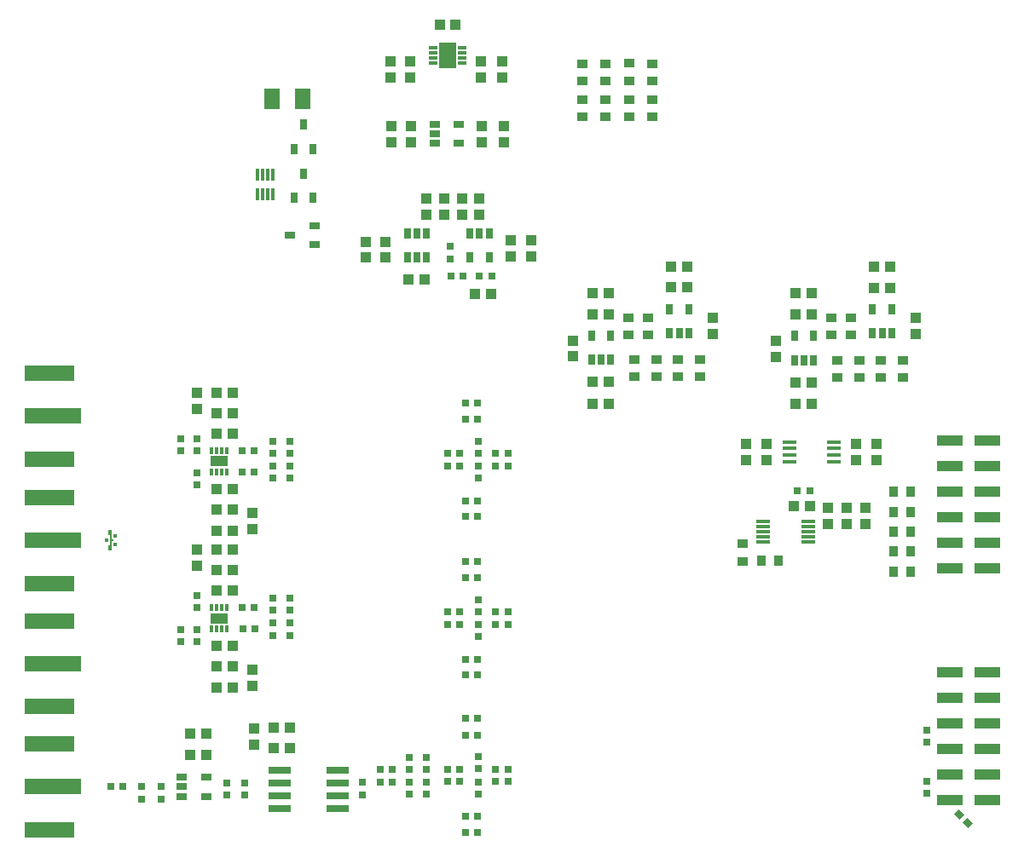
<source format=gbr>
G04*
G04 #@! TF.GenerationSoftware,Altium Limited,Altium Designer,23.7.1 (13)*
G04*
G04 Layer_Color=8421504*
%FSAX43Y43*%
%MOMM*%
G71*
G04*
G04 #@! TF.SameCoordinates,32F7D0E7-751F-4841-97B5-8499A226923E*
G04*
G04*
G04 #@! TF.FilePolarity,Positive*
G04*
G01*
G75*
%ADD14R,4.900X1.600*%
%ADD15R,5.600X1.500*%
%ADD16R,2.500X1.000*%
%ADD17R,1.000X0.900*%
%ADD18R,1.000X1.000*%
%ADD19R,0.800X0.700*%
%ADD20R,1.000X1.000*%
%ADD21R,2.200X0.800*%
%ADD22R,1.425X0.450*%
%ADD23R,0.650X1.100*%
%ADD24R,0.700X0.800*%
G04:AMPARAMS|DCode=25|XSize=0.7mm|YSize=0.8mm|CornerRadius=0mm|HoleSize=0mm|Usage=FLASHONLY|Rotation=45.000|XOffset=0mm|YOffset=0mm|HoleType=Round|Shape=Rectangle|*
%AMROTATEDRECTD25*
4,1,4,0.035,-0.530,-0.530,0.035,-0.035,0.530,0.530,-0.035,0.035,-0.530,0.0*
%
%ADD25ROTATEDRECTD25*%

%ADD26R,1.100X0.650*%
%ADD27R,0.350X0.450*%
%ADD28R,0.350X0.350*%
%ADD29R,0.300X1.200*%
%ADD30R,1.520X2.030*%
%ADD31R,1.700X2.540*%
%ADD32R,0.850X0.300*%
%ADD33R,1.450X0.300*%
%ADD34R,0.900X1.000*%
%ADD35R,1.700X1.000*%
%ADD36R,0.300X0.700*%
G36*
X0008975Y0041675D02*
X0009150D01*
Y0041525D01*
X0008975D01*
Y0040600D01*
X0008650D01*
Y0041075D01*
X0008825D01*
Y0042125D01*
X0008650D01*
Y0042600D01*
X0008975D01*
Y0041675D01*
D02*
G37*
D14*
X0002750Y0049671D02*
D03*
Y0058191D02*
D03*
Y0025060D02*
D03*
Y0033580D02*
D03*
Y0037315D02*
D03*
Y0045835D02*
D03*
Y0012855D02*
D03*
Y0021375D02*
D03*
D15*
X0003100Y0053931D02*
D03*
Y0029320D02*
D03*
Y0041575D02*
D03*
Y0017115D02*
D03*
D16*
X0092225Y0051484D02*
D03*
X0095925D02*
D03*
X0092225Y0048944D02*
D03*
X0095925D02*
D03*
X0092225Y0046404D02*
D03*
X0095925D02*
D03*
Y0043864D02*
D03*
X0092225D02*
D03*
X0095925Y0041324D02*
D03*
X0092225D02*
D03*
X0095925Y0038784D02*
D03*
X0092225D02*
D03*
Y0028484D02*
D03*
X0095925D02*
D03*
X0092225Y0025944D02*
D03*
X0095925D02*
D03*
X0092225Y0020864D02*
D03*
Y0023404D02*
D03*
Y0015784D02*
D03*
Y0018324D02*
D03*
X0095925Y0015784D02*
D03*
Y0018324D02*
D03*
Y0020864D02*
D03*
Y0023404D02*
D03*
D17*
X0062650Y0085400D02*
D03*
Y0083700D02*
D03*
X0058000Y0085400D02*
D03*
Y0083700D02*
D03*
X0060325Y0088975D02*
D03*
Y0087275D02*
D03*
Y0085400D02*
D03*
Y0083700D02*
D03*
X0055715Y0088950D02*
D03*
Y0087250D02*
D03*
X0055711Y0085375D02*
D03*
Y0083675D02*
D03*
X0062652Y0087249D02*
D03*
Y0088949D02*
D03*
X0057998Y0087249D02*
D03*
Y0088949D02*
D03*
X0071600Y0039525D02*
D03*
Y0041225D02*
D03*
X0081025Y0059500D02*
D03*
Y0057800D02*
D03*
X0083192Y0059500D02*
D03*
Y0057800D02*
D03*
X0082350Y0063700D02*
D03*
Y0062000D02*
D03*
X0085358Y0059500D02*
D03*
Y0057800D02*
D03*
X0080450Y0061975D02*
D03*
Y0063675D02*
D03*
X0087525Y0057800D02*
D03*
Y0059500D02*
D03*
X0060875Y0059525D02*
D03*
Y0057825D02*
D03*
X0063042Y0059525D02*
D03*
Y0057825D02*
D03*
X0062200Y0063725D02*
D03*
Y0062025D02*
D03*
X0065208Y0059525D02*
D03*
Y0057825D02*
D03*
X0060300Y0062000D02*
D03*
Y0063700D02*
D03*
X0067375Y0057825D02*
D03*
Y0059525D02*
D03*
D18*
X0074925Y0061425D02*
D03*
Y0059825D02*
D03*
X0050600Y0071375D02*
D03*
Y0069775D02*
D03*
X0048600Y0071375D02*
D03*
Y0069775D02*
D03*
X0045500Y0075550D02*
D03*
Y0073950D02*
D03*
X0043725Y0075550D02*
D03*
Y0073950D02*
D03*
X0041975Y0075550D02*
D03*
Y0073950D02*
D03*
X0040250Y0075550D02*
D03*
Y0073950D02*
D03*
X0036175Y0071275D02*
D03*
Y0069675D02*
D03*
X0034175Y0071275D02*
D03*
Y0069675D02*
D03*
X0023100Y0021325D02*
D03*
Y0022925D02*
D03*
X0047750Y0089175D02*
D03*
Y0087575D02*
D03*
X0038625Y0089175D02*
D03*
Y0087575D02*
D03*
X0045750Y0082725D02*
D03*
Y0081125D02*
D03*
X0047950Y0082725D02*
D03*
Y0081125D02*
D03*
X0036700Y0082725D02*
D03*
Y0081125D02*
D03*
X0038700Y0082725D02*
D03*
Y0081125D02*
D03*
X0036625Y0089175D02*
D03*
Y0087575D02*
D03*
X0045650Y0089175D02*
D03*
Y0087575D02*
D03*
X0083775Y0043200D02*
D03*
Y0044800D02*
D03*
X0080125Y0044800D02*
D03*
Y0043200D02*
D03*
X0081925Y0044800D02*
D03*
Y0043200D02*
D03*
X0084950Y0049600D02*
D03*
Y0051200D02*
D03*
X0082900Y0049600D02*
D03*
Y0051200D02*
D03*
X0074000D02*
D03*
Y0049600D02*
D03*
X0071950Y0051200D02*
D03*
Y0049600D02*
D03*
X0088775Y0063700D02*
D03*
Y0062100D02*
D03*
X0017425Y0039035D02*
D03*
Y0040635D02*
D03*
X0017400Y0054625D02*
D03*
Y0056225D02*
D03*
X0022950Y0044325D02*
D03*
Y0042725D02*
D03*
X0022975Y0028735D02*
D03*
Y0027135D02*
D03*
X0068625Y0063725D02*
D03*
Y0062125D02*
D03*
X0054775Y0059850D02*
D03*
Y0061450D02*
D03*
D19*
X0078275Y0046475D02*
D03*
X0077075D02*
D03*
X0043850Y0067825D02*
D03*
X0042650D02*
D03*
X0046700Y0067825D02*
D03*
X0045500D02*
D03*
X0048300Y0034450D02*
D03*
Y0033250D02*
D03*
X0048300Y0050200D02*
D03*
Y0049000D02*
D03*
X0045300Y0023900D02*
D03*
X0044100D02*
D03*
X0045300Y0022250D02*
D03*
X0044100D02*
D03*
X0047100Y0018825D02*
D03*
X0048300D02*
D03*
X0042340D02*
D03*
X0043540D02*
D03*
X0044100Y0012600D02*
D03*
X0045300D02*
D03*
X0044100Y0014150D02*
D03*
X0045300D02*
D03*
X0047100Y0017625D02*
D03*
X0048300D02*
D03*
X0042340D02*
D03*
X0043540D02*
D03*
X0035650Y0018800D02*
D03*
X0036850D02*
D03*
X0035650Y0017600D02*
D03*
X0036850D02*
D03*
X0010050Y0017100D02*
D03*
X0008850D02*
D03*
X0044100Y0039525D02*
D03*
X0045300D02*
D03*
Y0037875D02*
D03*
X0044100D02*
D03*
X0047100Y0034450D02*
D03*
X0042340D02*
D03*
X0043540D02*
D03*
X0045300Y0028225D02*
D03*
X0044100D02*
D03*
Y0029775D02*
D03*
X0045300D02*
D03*
X0047100Y0033250D02*
D03*
X0042340D02*
D03*
X0043540D02*
D03*
X0045300Y0055275D02*
D03*
X0044100D02*
D03*
X0045300Y0053625D02*
D03*
X0044100D02*
D03*
X0047100Y0050200D02*
D03*
X0042340D02*
D03*
X0043540D02*
D03*
X0044100Y0043975D02*
D03*
X0045300D02*
D03*
X0044100Y0045525D02*
D03*
X0045300D02*
D03*
X0047100Y0049000D02*
D03*
X0042340D02*
D03*
X0043540D02*
D03*
X0023150Y0048400D02*
D03*
X0021950D02*
D03*
X0021925Y0050500D02*
D03*
X0023125D02*
D03*
X0021975Y0032810D02*
D03*
X0023175D02*
D03*
X0021950Y0034910D02*
D03*
X0023150D02*
D03*
D20*
X0076700Y0045000D02*
D03*
X0078300D02*
D03*
X0045075Y0066075D02*
D03*
X0046675D02*
D03*
X0040075Y0067475D02*
D03*
X0038475D02*
D03*
X0016750Y0022350D02*
D03*
X0018350D02*
D03*
X0025050Y0020925D02*
D03*
X0026650D02*
D03*
X0018350Y0020300D02*
D03*
X0016750D02*
D03*
X0025050Y0022975D02*
D03*
X0026650D02*
D03*
X0043125Y0092800D02*
D03*
X0041525D02*
D03*
X0084675Y0068750D02*
D03*
X0086275D02*
D03*
X0076875Y0055150D02*
D03*
X0078475D02*
D03*
X0076875Y0066150D02*
D03*
X0078475D02*
D03*
X0086275Y0066700D02*
D03*
X0084675D02*
D03*
X0078475Y0057300D02*
D03*
X0076875D02*
D03*
X0078475Y0064050D02*
D03*
X0076875D02*
D03*
X0019425Y0040685D02*
D03*
X0021025D02*
D03*
X0019400Y0052175D02*
D03*
X0021000D02*
D03*
X0019400Y0054225D02*
D03*
X0021000D02*
D03*
X0019400Y0056276D02*
D03*
X0021000D02*
D03*
Y0046675D02*
D03*
X0019400D02*
D03*
X0021000Y0044625D02*
D03*
X0019400D02*
D03*
X0021000Y0042575D02*
D03*
X0019400D02*
D03*
X0021025Y0031085D02*
D03*
X0019425D02*
D03*
X0021025Y0029034D02*
D03*
X0019425D02*
D03*
X0021025Y0026984D02*
D03*
X0019425D02*
D03*
Y0036585D02*
D03*
X0021025D02*
D03*
X0019425Y0038635D02*
D03*
X0021025D02*
D03*
X0064525Y0068775D02*
D03*
X0066125D02*
D03*
X0056725Y0055175D02*
D03*
X0058325D02*
D03*
X0056725Y0066175D02*
D03*
X0058325D02*
D03*
X0066125Y0066725D02*
D03*
X0064525D02*
D03*
X0058325Y0057325D02*
D03*
X0056725D02*
D03*
X0058325Y0064075D02*
D03*
X0056725D02*
D03*
D21*
X0025680Y0018780D02*
D03*
Y0017510D02*
D03*
Y0016240D02*
D03*
Y0014970D02*
D03*
X0031420Y0018780D02*
D03*
Y0017510D02*
D03*
Y0016240D02*
D03*
Y0014970D02*
D03*
D22*
X0080662Y0051375D02*
D03*
Y0050725D02*
D03*
Y0050075D02*
D03*
Y0049425D02*
D03*
X0076238D02*
D03*
Y0050075D02*
D03*
Y0050725D02*
D03*
Y0051375D02*
D03*
D23*
X0046450Y0069725D02*
D03*
X0044550D02*
D03*
Y0072125D02*
D03*
X0045500D02*
D03*
X0046450D02*
D03*
X0040225Y0069725D02*
D03*
X0039275D02*
D03*
X0038325D02*
D03*
Y0072125D02*
D03*
X0039275D02*
D03*
X0040225D02*
D03*
X0028040Y0078050D02*
D03*
X0028990Y0075650D02*
D03*
X0027090D02*
D03*
X0028040Y0082900D02*
D03*
X0028990Y0080500D02*
D03*
X0027090D02*
D03*
X0076775Y0061900D02*
D03*
X0078675D02*
D03*
Y0059500D02*
D03*
X0077725D02*
D03*
X0076775D02*
D03*
X0084525Y0064550D02*
D03*
X0086425D02*
D03*
Y0062150D02*
D03*
X0085475D02*
D03*
X0084525D02*
D03*
X0056625Y0061925D02*
D03*
X0058525D02*
D03*
Y0059525D02*
D03*
X0057575D02*
D03*
X0056625D02*
D03*
X0064375Y0064575D02*
D03*
X0066275D02*
D03*
Y0062175D02*
D03*
X0065325D02*
D03*
X0064375D02*
D03*
D24*
X0042550Y0069575D02*
D03*
Y0070775D02*
D03*
X0024975Y0051450D02*
D03*
Y0050250D02*
D03*
X0089921Y0017650D02*
D03*
Y0016450D02*
D03*
Y0022744D02*
D03*
Y0021544D02*
D03*
X0045350Y0020075D02*
D03*
Y0018875D02*
D03*
X0045350Y0016375D02*
D03*
Y0017575D02*
D03*
X0022200Y0017450D02*
D03*
Y0016250D02*
D03*
X0040200Y0020050D02*
D03*
Y0018850D02*
D03*
X0040200Y0016350D02*
D03*
Y0017550D02*
D03*
X0038550Y0018850D02*
D03*
Y0020050D02*
D03*
X0038550Y0017550D02*
D03*
Y0016350D02*
D03*
X0020400Y0017450D02*
D03*
Y0016250D02*
D03*
X0011950Y0015900D02*
D03*
Y0017100D02*
D03*
X0033875Y0016325D02*
D03*
Y0017525D02*
D03*
X0013900Y0017100D02*
D03*
Y0015900D02*
D03*
X0045350Y0035700D02*
D03*
Y0034500D02*
D03*
X0045350Y0032000D02*
D03*
Y0033200D02*
D03*
X0015850Y0031525D02*
D03*
Y0032725D02*
D03*
Y0050475D02*
D03*
Y0051675D02*
D03*
X0045350Y0051450D02*
D03*
Y0050250D02*
D03*
X0045350Y0047750D02*
D03*
Y0048950D02*
D03*
X0024975Y0047750D02*
D03*
Y0048950D02*
D03*
X0026675Y0051450D02*
D03*
Y0050250D02*
D03*
X0026675Y0047750D02*
D03*
Y0048950D02*
D03*
X0017400Y0051675D02*
D03*
Y0050475D02*
D03*
X0017400Y0047125D02*
D03*
Y0048325D02*
D03*
X0017425Y0031535D02*
D03*
Y0032735D02*
D03*
X0017425Y0036085D02*
D03*
Y0034885D02*
D03*
X0025000Y0033360D02*
D03*
Y0032160D02*
D03*
X0025000Y0034660D02*
D03*
Y0035860D02*
D03*
X0026700D02*
D03*
Y0034660D02*
D03*
X0026700Y0032160D02*
D03*
Y0033360D02*
D03*
D25*
X0093150Y0014350D02*
D03*
X0093999Y0013501D02*
D03*
D26*
X0015950Y0018050D02*
D03*
Y0017100D02*
D03*
Y0016150D02*
D03*
X0018350D02*
D03*
Y0018050D02*
D03*
X0026705Y0071900D02*
D03*
X0029105Y0072850D02*
D03*
Y0070950D02*
D03*
X0041050Y0082925D02*
D03*
Y0081975D02*
D03*
Y0081025D02*
D03*
X0043450D02*
D03*
Y0082925D02*
D03*
D27*
X0008475Y0041600D02*
D03*
D28*
X0009325Y0041150D02*
D03*
Y0042050D02*
D03*
D29*
X0024940Y0077900D02*
D03*
X0024440D02*
D03*
X0023940D02*
D03*
X0023440D02*
D03*
Y0076000D02*
D03*
X0023940D02*
D03*
X0024440D02*
D03*
X0024940D02*
D03*
D30*
X0027895Y0085450D02*
D03*
X0024855D02*
D03*
D31*
X0042300Y0089775D02*
D03*
D32*
X0043750Y0089025D02*
D03*
Y0089525D02*
D03*
Y0090025D02*
D03*
Y0090525D02*
D03*
X0040850D02*
D03*
Y0090025D02*
D03*
Y0089525D02*
D03*
Y0089025D02*
D03*
D33*
X0073675Y0043475D02*
D03*
Y0042975D02*
D03*
Y0042475D02*
D03*
Y0041975D02*
D03*
Y0041475D02*
D03*
X0078125D02*
D03*
Y0041975D02*
D03*
Y0042475D02*
D03*
Y0042975D02*
D03*
Y0043475D02*
D03*
D34*
X0086575Y0038475D02*
D03*
X0088275D02*
D03*
X0086575Y0040475D02*
D03*
X0088275D02*
D03*
X0073450Y0039575D02*
D03*
X0075150D02*
D03*
X0086575Y0046425D02*
D03*
X0088275D02*
D03*
X0086575Y0044425D02*
D03*
X0088275D02*
D03*
X0086575Y0042475D02*
D03*
X0088275D02*
D03*
D35*
X0019620Y0049437D02*
D03*
X0019645Y0033847D02*
D03*
D36*
X0020370Y0048387D02*
D03*
X0019870D02*
D03*
X0019370D02*
D03*
X0018870D02*
D03*
Y0050487D02*
D03*
X0019370D02*
D03*
X0019870D02*
D03*
X0020370D02*
D03*
X0020395Y0032797D02*
D03*
X0019895D02*
D03*
X0019395D02*
D03*
X0018895D02*
D03*
Y0034897D02*
D03*
X0019395D02*
D03*
X0019895D02*
D03*
X0020395D02*
D03*
M02*

</source>
